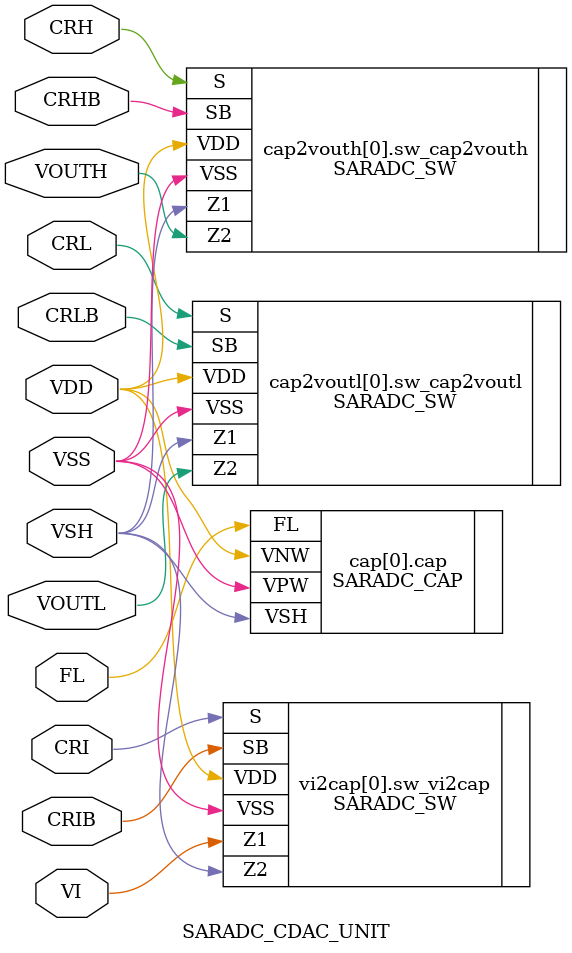
<source format=v>

module SARADC_CDAC_UNIT # (
  parameter integer NSW_VI = 1,
  parameter integer NSW_VOUTH = 1,
  parameter integer NSW_VOUTL = 1,
  parameter integer NSW_CAP = 1
) (
  inout VDD, VSS,
  input CRI, CRIB, CRH, CRHB, CRL, CRLB, // Negated and non-negated
  inout VI, VOUTH, VOUTL, // Inouts of the switches
  inout VSH, FL // Debug signals (Capacitor terminals)
);
  
  genvar i;
  
  generate
    for(i = 0; i < NSW_VI; i = i + 1) begin : vi2cap
      SARADC_SW sw_vi2cap (
        .VDD(VDD), .VSS(VSS), 
        .SB(CRIB), .S(CRI),
        .Z1(VI), .Z2(VSH)
      );
    end
  endgenerate
  
  
  generate
    for(i = 0; i < NSW_VOUTH; i = i + 1) begin : cap2vouth
      SARADC_SW sw_cap2vouth (
        .VDD(VDD), .VSS(VSS), 
        .SB(CRHB), .S(CRH),
        .Z1(VSH), .Z2(VOUTH) // NOTE: Maybe the order of the pins matter.
      );
    end
  endgenerate
  
  
  generate
    for(i = 0; i < NSW_VOUTL; i = i + 1) begin : cap2voutl
      SARADC_SW sw_cap2voutl (
        .VDD(VDD), .VSS(VSS), 
        .SB(CRLB), .S(CRL),
        .Z1(VSH), .Z2(VOUTL)
      );
    end
  endgenerate
  
  
  generate
    for(i = 0; i < NSW_CAP; i = i + 1) begin : cap
      SARADC_CAP cap (
        .VNW(VDD), .VPW(VSS),
        .VSH(VSH), .FL(FL)
      );
    end
  endgenerate

endmodule


</source>
